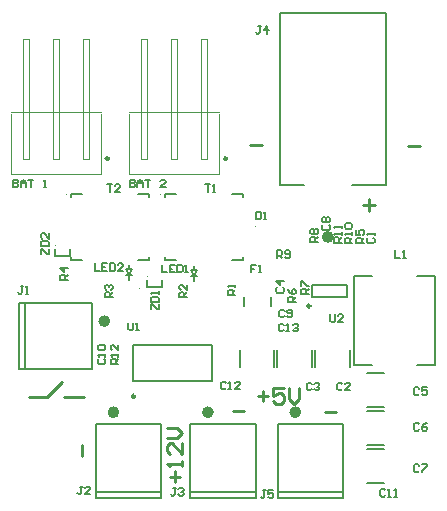
<source format=gbr>
%TF.GenerationSoftware,Altium Limited,Altium Designer,24.6.1 (21)*%
G04 Layer_Color=65535*
%FSLAX45Y45*%
%MOMM*%
%TF.SameCoordinates,18E76ECD-83C5-444D-8C50-6D49F83D0F89*%
%TF.FilePolarity,Positive*%
%TF.FileFunction,Legend,Top*%
%TF.Part,Single*%
G01*
G75*
%TA.AperFunction,NonConductor*%
%ADD48C,0.25000*%
%ADD49C,0.50000*%
%ADD50C,0.10000*%
%ADD51C,0.20000*%
%ADD52C,0.25400*%
%ADD53C,0.15200*%
D48*
X747500Y-397500D02*
G03*
X747500Y-397500I-12500J0D01*
G01*
X-737500Y-1162500D02*
G03*
X-737500Y-1162500I-12500J0D01*
G01*
X40300Y850000D02*
G03*
X40300Y850000I-12500J0D01*
G01*
X-959700D02*
G03*
X-959700Y850000I-12500J0D01*
G01*
D49*
X919999Y187000D02*
G03*
X919999Y187000I-25000J0D01*
G01*
X645000Y-1297000D02*
G03*
X645000Y-1297000I-25000J0D01*
G01*
X-972000Y-526000D02*
G03*
X-972000Y-526000I-25000J0D01*
G01*
X-95000Y-1297000D02*
G03*
X-95000Y-1297000I-25000J0D01*
G01*
X-895000D02*
G03*
X-895000Y-1297000I-25000J0D01*
G01*
D50*
X-1315000Y550000D02*
G03*
X-1315000Y550000I-5000J0D01*
G01*
X280000Y275000D02*
G03*
X280000Y275000I-5000J0D01*
G01*
X-1411000Y111900D02*
G03*
X-1411000Y111900I-5000J0D01*
G01*
X-697501Y-250000D02*
G03*
X-697501Y-250000I-5000J0D01*
G01*
X-145000Y-260000D02*
G03*
X-145000Y-260000I-5000J0D01*
G01*
X-517500Y550000D02*
G03*
X-517500Y550000I-5000J0D01*
G01*
X-628500Y-148100D02*
G03*
X-628500Y-148100I-5000J0D01*
G01*
X-175400Y850000D02*
Y1866000D01*
X-124600Y850000D02*
Y1866000D01*
X-175400D02*
X-124600D01*
X-429400Y850000D02*
Y1866000D01*
X-378600Y850000D02*
Y1866000D01*
X-429400D02*
X-378600D01*
X-683400Y850000D02*
Y1866000D01*
X-632600Y850000D02*
Y1866000D01*
X-683400D02*
X-632600D01*
X-683400Y850000D02*
X-632600D01*
X-429400D02*
X-378600D01*
X-175400D02*
X-124600D01*
X-785000Y723000D02*
Y1231000D01*
Y723000D02*
X-23000D01*
Y1231000D01*
X-785000Y1243700D02*
X-23000D01*
X-1175400Y850000D02*
Y1866000D01*
X-1124600Y850000D02*
Y1866000D01*
X-1175400D02*
X-1124600D01*
X-1429400Y850000D02*
Y1866000D01*
X-1378600Y850000D02*
Y1866000D01*
X-1429400D02*
X-1378600D01*
X-1683400Y850000D02*
Y1866000D01*
X-1632600Y850000D02*
Y1866000D01*
X-1683400D02*
X-1632600D01*
X-1683400Y850000D02*
X-1632600D01*
X-1429400D02*
X-1378600D01*
X-1175400D02*
X-1124600D01*
X-1785000Y723000D02*
Y1231000D01*
Y723000D02*
X-1023000D01*
Y1231000D01*
X-1785000Y1243700D02*
X-1023000D01*
D51*
X1055000Y-320000D02*
Y-220000D01*
X765000Y-320000D02*
Y-220000D01*
X1055000D01*
X765000Y-320000D02*
X1055000D01*
X490500Y630000D02*
X690500D01*
X490500Y2080000D02*
X1384000D01*
X490500Y630000D02*
Y2080000D01*
X1384000Y630000D02*
Y2080000D01*
X1100500Y630000D02*
X1384000D01*
X-755000Y-1035000D02*
X-85000D01*
X-755000Y-725000D02*
X-85000D01*
X-755000Y-1035000D02*
Y-725000D01*
X-85000Y-1035000D02*
Y-725000D01*
X-711500Y-10000D02*
X-620000D01*
X-1280000D02*
X-1188500D01*
X-711500Y550000D02*
X-620000D01*
X-1280000D02*
X-1188500D01*
X-620000Y-10000D02*
Y17000D01*
Y523000D02*
Y550000D01*
X-1280000Y-10000D02*
Y17000D01*
Y523000D02*
Y550000D01*
X-1289000Y23008D02*
Y86508D01*
X-1416000Y23008D02*
X-1289000D01*
X-1416000D02*
Y86508D01*
X470000Y-1972500D02*
X1024000D01*
X470000Y-2020000D02*
X1024000D01*
X470000Y-1400000D02*
X1024000D01*
Y-2020000D02*
Y-1400000D01*
X469999Y-2020000D02*
Y-1400000D01*
X-816801Y-135400D02*
X-766000D01*
X-816801Y-84600D02*
X-791401Y-135400D01*
X-816801Y-84600D02*
X-766000D01*
X-791401Y-135400D02*
X-766000Y-84600D01*
X-791401Y-173500D02*
Y-135400D01*
Y-84600D02*
Y-46500D01*
X1115000Y-900000D02*
X1267500D01*
X1115000Y-140000D02*
X1267500D01*
X1652500Y-900000D02*
X1805000D01*
X1652500Y-140000D02*
X1805000D01*
X1115000Y-900000D02*
Y-140000D01*
X1805000Y-900000D02*
Y-140000D01*
X185000Y-395000D02*
Y-325000D01*
X415000Y-395000D02*
Y-325000D01*
X149000Y-916674D02*
Y-766674D01*
X441000Y-916674D02*
Y-766674D01*
X-238900Y-94600D02*
Y-56500D01*
Y-183500D02*
Y-145400D01*
X-213500Y-94600D01*
X-264300D02*
X-213500D01*
X-264300D02*
X-238900Y-145400D01*
X-264300D02*
X-213500D01*
X86000Y-10000D02*
X177500D01*
X-482500D02*
X-391000D01*
X86000Y550000D02*
X177500D01*
X-482500D02*
X-391000D01*
X177500Y-10000D02*
Y17000D01*
Y523000D02*
Y550000D01*
X-482500Y-10000D02*
Y17000D01*
Y523000D02*
Y550000D01*
X-506500Y-236992D02*
Y-173492D01*
X-633500Y-236992D02*
X-506500D01*
X-633500D02*
Y-173492D01*
X789000Y-916674D02*
Y-766674D01*
X1081000Y-916674D02*
Y-766674D01*
X761000Y-916674D02*
Y-766674D01*
X469000Y-916674D02*
Y-766674D01*
X1225000Y-964000D02*
X1375000D01*
X1225000Y-1256000D02*
X1375000D01*
X1225000Y-1284000D02*
X1375000D01*
X1225000Y-1576000D02*
X1375000D01*
X1225000Y-1604000D02*
X1375000D01*
X1225000Y-1896000D02*
X1375000D01*
X-1672500Y-930000D02*
Y-376000D01*
X-1720000Y-930000D02*
Y-376000D01*
X-1100000Y-930000D02*
Y-376000D01*
X-1720000Y-930000D02*
X-1100000D01*
X-1720000Y-375999D02*
X-1100000D01*
X-270000Y-1972500D02*
X284000D01*
X-270000Y-2020000D02*
X284000D01*
X-270000Y-1400000D02*
X284000D01*
Y-2020000D02*
Y-1400000D01*
X-270001Y-2020000D02*
Y-1400000D01*
X-1070000Y-1972500D02*
X-516000D01*
X-1070000Y-2020000D02*
X-516000D01*
X-1070000Y-1400000D02*
X-516000D01*
Y-2020000D02*
Y-1400000D01*
X-1070001Y-2020000D02*
Y-1400000D01*
D52*
X-1338393Y-1168393D02*
X-1168393D01*
X-1478393D02*
X-1353393Y-1043393D01*
X-1638393Y-1168393D02*
X-1478393D01*
X235400Y965400D02*
X336967D01*
X1575400Y955400D02*
X1676967D01*
X1195400Y456183D02*
X1296967D01*
X1246183Y506967D02*
Y405400D01*
X95400Y-1284600D02*
X182039D01*
X875400Y-1294600D02*
X962039D01*
X305400Y-1159621D02*
X392039D01*
X348719Y-1116302D02*
Y-1202940D01*
X521997Y-1094642D02*
X435358D01*
Y-1159621D01*
X478677Y-1137961D01*
X500337D01*
X521997Y-1159621D01*
Y-1202940D01*
X500337Y-1224600D01*
X457018D01*
X435358Y-1202940D01*
X565316Y-1094642D02*
Y-1181281D01*
X608636Y-1224600D01*
X651955Y-1181281D01*
Y-1094642D01*
X-1185400Y-1664600D02*
Y-1577961D01*
X-400379Y-1884600D02*
Y-1797962D01*
X-443698Y-1841281D02*
X-357060D01*
X-335400Y-1754642D02*
Y-1711323D01*
Y-1732983D01*
X-465358D01*
X-443698Y-1754642D01*
X-335400Y-1559705D02*
Y-1646344D01*
X-422039Y-1559705D01*
X-443698D01*
X-465358Y-1581365D01*
Y-1624684D01*
X-443698Y-1646344D01*
X-465358Y-1516386D02*
X-378720D01*
X-335400Y-1473066D01*
X-378720Y-1429747D01*
X-465358D01*
D53*
X915851Y-467510D02*
Y-521660D01*
X926681Y-532489D01*
X948340D01*
X959170Y-521660D01*
Y-467510D01*
X1024149Y-532489D02*
X980830D01*
X1024149Y-489170D01*
Y-478340D01*
X1013320Y-467510D01*
X991660D01*
X980830Y-478340D01*
X329170Y1972490D02*
X307510D01*
X318340D01*
Y1918340D01*
X307510Y1907511D01*
X296681D01*
X285851Y1918340D01*
X383320Y1907511D02*
Y1972490D01*
X350830Y1940000D01*
X394149D01*
X-793319Y-537510D02*
Y-591659D01*
X-782489Y-602489D01*
X-760830D01*
X-750000Y-591659D01*
Y-537510D01*
X-728340Y-602489D02*
X-706681D01*
X-717510D01*
Y-537510D01*
X-728340Y-548340D01*
X-974149Y632490D02*
X-930830D01*
X-952490D01*
Y567511D01*
X-865851D02*
X-909170D01*
X-865851Y610830D01*
Y621660D01*
X-876680Y632490D01*
X-898340D01*
X-909170Y621660D01*
X286681Y402490D02*
Y337511D01*
X319171D01*
X330000Y348340D01*
Y391660D01*
X319171Y402490D01*
X286681D01*
X351660Y337511D02*
X373320D01*
X362490D01*
Y402490D01*
X351660Y391660D01*
X-1532490Y43361D02*
Y86681D01*
X-1521660D01*
X-1478340Y43361D01*
X-1467511D01*
Y86681D01*
X-1532490Y108340D02*
X-1467511D01*
Y140830D01*
X-1478340Y151660D01*
X-1521660D01*
X-1532490Y140830D01*
Y108340D01*
X-1467511Y216639D02*
Y173319D01*
X-1510830Y216639D01*
X-1521660D01*
X-1532490Y205809D01*
Y184149D01*
X-1521660Y173319D01*
X112489Y-303319D02*
X47510D01*
Y-270830D01*
X58340Y-260000D01*
X80000D01*
X90830Y-270830D01*
Y-303319D01*
Y-281660D02*
X112489Y-260000D01*
Y-238340D02*
Y-216681D01*
Y-227510D01*
X47510D01*
X58340Y-238340D01*
X-877511Y-891224D02*
X-942490D01*
Y-858734D01*
X-931660Y-847904D01*
X-910000D01*
X-899170Y-858734D01*
Y-891224D01*
Y-869564D02*
X-877511Y-847904D01*
Y-826244D02*
Y-804585D01*
Y-815415D01*
X-942490D01*
X-931660Y-826244D01*
X-877511Y-728776D02*
Y-772095D01*
X-920830Y-728776D01*
X-931660D01*
X-942490Y-739606D01*
Y-761265D01*
X-931660Y-772095D01*
X369170Y-1957510D02*
X347510D01*
X358340D01*
Y-2011660D01*
X347510Y-2022489D01*
X336681D01*
X325851Y-2011660D01*
X434149Y-1957510D02*
X390830D01*
Y-1990000D01*
X412489Y-1979170D01*
X423319D01*
X434149Y-1990000D01*
Y-2011660D01*
X423319Y-2022489D01*
X401660D01*
X390830Y-2011660D01*
X-1079128Y-37510D02*
Y-102490D01*
X-1035809D01*
X-970830Y-37510D02*
X-1014149D01*
Y-102490D01*
X-970830D01*
X-1014149Y-70000D02*
X-992490D01*
X-949170Y-37510D02*
Y-102490D01*
X-916681D01*
X-905851Y-91660D01*
Y-48340D01*
X-916681Y-37510D01*
X-949170D01*
X-840872Y-102490D02*
X-884191D01*
X-840872Y-59170D01*
Y-48340D01*
X-851702Y-37510D01*
X-873361D01*
X-884191Y-48340D01*
X1466681Y72490D02*
Y7511D01*
X1510000D01*
X1531660D02*
X1553319D01*
X1542490D01*
Y72490D01*
X1531660Y61660D01*
X-781618Y672490D02*
Y607511D01*
X-749128D01*
X-738298Y618340D01*
Y629170D01*
X-749128Y640000D01*
X-781618D01*
X-749128D01*
X-738298Y650830D01*
Y661660D01*
X-749128Y672490D01*
X-781618D01*
X-716639Y607511D02*
Y650830D01*
X-694979Y672490D01*
X-673319Y650830D01*
Y607511D01*
Y640000D01*
X-716639D01*
X-651660Y672490D02*
X-608340D01*
X-630000D01*
Y607511D01*
X-478382D02*
X-521702D01*
X-478382Y650830D01*
Y661660D01*
X-489212Y672490D01*
X-510872D01*
X-521702Y661660D01*
X290000Y-47510D02*
X246681D01*
Y-80000D01*
X268340D01*
X246681D01*
Y-112489D01*
X311660D02*
X333319D01*
X322490D01*
Y-47510D01*
X311660Y-58340D01*
X32096Y-1048340D02*
X21266Y-1037510D01*
X-394D01*
X-11224Y-1048340D01*
Y-1091659D01*
X-394Y-1102489D01*
X21266D01*
X32096Y-1091659D01*
X53755Y-1102489D02*
X75415D01*
X64585D01*
Y-1037510D01*
X53755Y-1048340D01*
X151224Y-1102489D02*
X107905D01*
X151224Y-1059170D01*
Y-1048340D01*
X140394Y-1037510D01*
X118734D01*
X107905Y-1048340D01*
X522095Y-558340D02*
X511266Y-547510D01*
X489606D01*
X478776Y-558340D01*
Y-601660D01*
X489606Y-612490D01*
X511266D01*
X522095Y-601660D01*
X543755Y-612490D02*
X565415D01*
X554585D01*
Y-547510D01*
X543755Y-558340D01*
X597904D02*
X608734Y-547510D01*
X630394D01*
X641224Y-558340D01*
Y-569170D01*
X630394Y-580000D01*
X619564D01*
X630394D01*
X641224Y-590830D01*
Y-601660D01*
X630394Y-612490D01*
X608734D01*
X597904Y-601660D01*
X-1770788Y672490D02*
Y607511D01*
X-1738298D01*
X-1727468Y618340D01*
Y629170D01*
X-1738298Y640000D01*
X-1770788D01*
X-1738298D01*
X-1727468Y650830D01*
Y661660D01*
X-1738298Y672490D01*
X-1770788D01*
X-1705809Y607511D02*
Y650830D01*
X-1684149Y672490D01*
X-1662489Y650830D01*
Y607511D01*
Y640000D01*
X-1705809D01*
X-1640830Y672490D02*
X-1597510D01*
X-1619170D01*
Y607511D01*
X-1510872D02*
X-1489212D01*
X-1500042D01*
Y672490D01*
X-1510872Y661660D01*
X-508298Y-47510D02*
Y-112489D01*
X-464979D01*
X-400000Y-47510D02*
X-443319D01*
Y-112489D01*
X-400000D01*
X-443319Y-80000D02*
X-421660D01*
X-378340Y-47510D02*
Y-112489D01*
X-345850D01*
X-335021Y-101660D01*
Y-58340D01*
X-345850Y-47510D01*
X-378340D01*
X-313361Y-112489D02*
X-291701D01*
X-302531D01*
Y-47510D01*
X-313361Y-58340D01*
X-1307511Y-174149D02*
X-1372490D01*
Y-141659D01*
X-1361660Y-130830D01*
X-1340001D01*
X-1329171Y-141659D01*
Y-174149D01*
Y-152489D02*
X-1307511Y-130830D01*
Y-76680D02*
X-1372490D01*
X-1340001Y-109170D01*
Y-65851D01*
X-927511Y-324149D02*
X-992490D01*
Y-291660D01*
X-981660Y-280830D01*
X-960000D01*
X-949170Y-291660D01*
Y-324149D01*
Y-302490D02*
X-927511Y-280830D01*
X-981660Y-259170D02*
X-992490Y-248340D01*
Y-226681D01*
X-981660Y-215851D01*
X-970830D01*
X-960000Y-226681D01*
Y-237511D01*
Y-226681D01*
X-949170Y-215851D01*
X-938341D01*
X-927511Y-226681D01*
Y-248340D01*
X-938341Y-259170D01*
X-297511Y-324149D02*
X-362490D01*
Y-291660D01*
X-351660Y-280830D01*
X-330000D01*
X-319170Y-291660D01*
Y-324149D01*
Y-302490D02*
X-297511Y-280830D01*
Y-215851D02*
Y-259170D01*
X-340830Y-215851D01*
X-351660D01*
X-362490Y-226681D01*
Y-248340D01*
X-351660Y-259170D01*
X-143319Y632490D02*
X-100000D01*
X-121660D01*
Y567511D01*
X-78340D02*
X-56681D01*
X-67510D01*
Y632490D01*
X-78340Y621660D01*
X-602490Y-425809D02*
Y-382489D01*
X-591660D01*
X-548340Y-425809D01*
X-537510D01*
Y-382489D01*
X-602490Y-360830D02*
X-537510D01*
Y-328340D01*
X-548340Y-317510D01*
X-591660D01*
X-602490Y-328340D01*
Y-360830D01*
X-537510Y-295851D02*
Y-274191D01*
Y-285021D01*
X-602490D01*
X-591660Y-295851D01*
X1238340Y180000D02*
X1227510Y169170D01*
Y147510D01*
X1238340Y136681D01*
X1281660D01*
X1292489Y147510D01*
Y169170D01*
X1281660Y180000D01*
X1292489Y201660D02*
Y223319D01*
Y212490D01*
X1227510D01*
X1238340Y201660D01*
X1019170Y-1058340D02*
X1008340Y-1047510D01*
X986681D01*
X975851Y-1058340D01*
Y-1101660D01*
X986681Y-1112490D01*
X1008340D01*
X1019170Y-1101660D01*
X1084149Y-1112490D02*
X1040830D01*
X1084149Y-1069170D01*
Y-1058340D01*
X1073319Y-1047510D01*
X1051660D01*
X1040830Y-1058340D01*
X759170D02*
X748340Y-1047510D01*
X726681D01*
X715851Y-1058340D01*
Y-1101660D01*
X726681Y-1112490D01*
X748340D01*
X759170Y-1101660D01*
X780830Y-1058340D02*
X791660Y-1047510D01*
X813319D01*
X824149Y-1058340D01*
Y-1069170D01*
X813319Y-1080000D01*
X802489D01*
X813319D01*
X824149Y-1090830D01*
Y-1101660D01*
X813319Y-1112490D01*
X791660D01*
X780830Y-1101660D01*
X468340Y-240830D02*
X457510Y-251660D01*
Y-273319D01*
X468340Y-284149D01*
X511660D01*
X522489Y-273319D01*
Y-251660D01*
X511660Y-240830D01*
X522489Y-186681D02*
X457510D01*
X490000Y-219170D01*
Y-175851D01*
X1669170Y-1098340D02*
X1658340Y-1087510D01*
X1636680D01*
X1625851Y-1098340D01*
Y-1141660D01*
X1636680Y-1152489D01*
X1658340D01*
X1669170Y-1141660D01*
X1734149Y-1087510D02*
X1690830D01*
Y-1120000D01*
X1712489Y-1109170D01*
X1723319D01*
X1734149Y-1120000D01*
Y-1141660D01*
X1723319Y-1152489D01*
X1701660D01*
X1690830Y-1141660D01*
X1669170Y-1398340D02*
X1658340Y-1387510D01*
X1636680D01*
X1625851Y-1398340D01*
Y-1441660D01*
X1636680Y-1452489D01*
X1658340D01*
X1669170Y-1441660D01*
X1734149Y-1387510D02*
X1712489Y-1398340D01*
X1690830Y-1420000D01*
Y-1441660D01*
X1701660Y-1452489D01*
X1723319D01*
X1734149Y-1441660D01*
Y-1430830D01*
X1723319Y-1420000D01*
X1690830D01*
X1669170Y-1748340D02*
X1658340Y-1737510D01*
X1636680D01*
X1625851Y-1748340D01*
Y-1791660D01*
X1636680Y-1802489D01*
X1658340D01*
X1669170Y-1791660D01*
X1690830Y-1737510D02*
X1734149D01*
Y-1748340D01*
X1690830Y-1791660D01*
Y-1802489D01*
X858340Y289170D02*
X847510Y278341D01*
Y256681D01*
X858340Y245851D01*
X901659D01*
X912489Y256681D01*
Y278341D01*
X901659Y289170D01*
X858340Y310830D02*
X847510Y321660D01*
Y343320D01*
X858340Y354149D01*
X869170D01*
X880000Y343320D01*
X890830Y354149D01*
X901659D01*
X912489Y343320D01*
Y321660D01*
X901659Y310830D01*
X890830D01*
X880000Y321660D01*
X869170Y310830D01*
X858340D01*
X880000Y321660D02*
Y343320D01*
X529170Y-438340D02*
X518340Y-427510D01*
X496680D01*
X485851Y-438340D01*
Y-481660D01*
X496680Y-492489D01*
X518340D01*
X529170Y-481660D01*
X550830D02*
X561660Y-492489D01*
X583319D01*
X594149Y-481660D01*
Y-438340D01*
X583319Y-427510D01*
X561660D01*
X550830Y-438340D01*
Y-449170D01*
X561660Y-460000D01*
X594149D01*
X-1041660Y-847904D02*
X-1052490Y-858734D01*
Y-880394D01*
X-1041660Y-891224D01*
X-998341D01*
X-987511Y-880394D01*
Y-858734D01*
X-998341Y-847904D01*
X-987511Y-826244D02*
Y-804585D01*
Y-815415D01*
X-1052490D01*
X-1041660Y-826244D01*
Y-772095D02*
X-1052490Y-761265D01*
Y-739606D01*
X-1041660Y-728776D01*
X-998341D01*
X-987511Y-739606D01*
Y-761265D01*
X-998341Y-772095D01*
X-1041660D01*
X1382926Y-1958340D02*
X1372096Y-1947510D01*
X1350436D01*
X1339606Y-1958340D01*
Y-2001660D01*
X1350436Y-2012489D01*
X1372096D01*
X1382926Y-2001660D01*
X1404585Y-2012489D02*
X1426245D01*
X1415415D01*
Y-1947510D01*
X1404585Y-1958340D01*
X1458734Y-2012489D02*
X1480394D01*
X1469564D01*
Y-1947510D01*
X1458734Y-1958340D01*
X-1684901Y-227581D02*
X-1706561D01*
X-1695731D01*
Y-281730D01*
X-1706561Y-292560D01*
X-1717391D01*
X-1728220Y-281730D01*
X-1663241Y-292560D02*
X-1641582D01*
X-1652411D01*
Y-227581D01*
X-1663241Y-238411D01*
X1202489Y135851D02*
X1137510D01*
Y168341D01*
X1148340Y179170D01*
X1169999D01*
X1180829Y168341D01*
Y135851D01*
Y157510D02*
X1202489Y179170D01*
X1137510Y244149D02*
Y200830D01*
X1169999D01*
X1159170Y222490D01*
Y233320D01*
X1169999Y244149D01*
X1191659D01*
X1202489Y233320D01*
Y211660D01*
X1191659Y200830D01*
X622489Y-364149D02*
X557510D01*
Y-331659D01*
X568340Y-320830D01*
X590000D01*
X600830Y-331659D01*
Y-364149D01*
Y-342490D02*
X622489Y-320830D01*
X557510Y-255851D02*
X568340Y-277510D01*
X590000Y-299170D01*
X611660D01*
X622489Y-288340D01*
Y-266680D01*
X611660Y-255851D01*
X600830D01*
X590000Y-266680D01*
Y-299170D01*
X732490Y-294149D02*
X667510D01*
Y-261660D01*
X678340Y-250830D01*
X700000D01*
X710830Y-261660D01*
Y-294149D01*
Y-272490D02*
X732490Y-250830D01*
X667510Y-229170D02*
Y-185851D01*
X678340D01*
X721660Y-229170D01*
X732490D01*
X812489Y145851D02*
X747510D01*
Y178341D01*
X758340Y189170D01*
X780000D01*
X790830Y178341D01*
Y145851D01*
Y167510D02*
X812489Y189170D01*
X758340Y210830D02*
X747510Y221660D01*
Y243320D01*
X758340Y254149D01*
X769170D01*
X780000Y243320D01*
X790830Y254149D01*
X801660D01*
X812489Y243320D01*
Y221660D01*
X801660Y210830D01*
X790830D01*
X780000Y221660D01*
X769170Y210830D01*
X758340D01*
X780000Y221660D02*
Y243320D01*
X465851Y7511D02*
Y72490D01*
X498340D01*
X509170Y61660D01*
Y40000D01*
X498340Y29170D01*
X465851D01*
X487510D02*
X509170Y7511D01*
X530830Y18340D02*
X541660Y7511D01*
X563319D01*
X574149Y18340D01*
Y61660D01*
X563319Y72490D01*
X541660D01*
X530830Y61660D01*
Y50830D01*
X541660Y40000D01*
X574149D01*
X1102489Y138776D02*
X1037510D01*
Y171266D01*
X1048340Y182096D01*
X1069999D01*
X1080829Y171266D01*
Y138776D01*
Y160436D02*
X1102489Y182096D01*
Y203755D02*
Y225415D01*
Y214585D01*
X1037510D01*
X1048340Y203755D01*
Y257905D02*
X1037510Y268735D01*
Y290394D01*
X1048340Y301224D01*
X1091659D01*
X1102489Y290394D01*
Y268735D01*
X1091659Y257905D01*
X1048340D01*
X1012489Y139606D02*
X947510D01*
Y172096D01*
X958340Y182926D01*
X980000D01*
X990830Y172096D01*
Y139606D01*
Y161266D02*
X1012489Y182926D01*
Y204585D02*
Y226245D01*
Y215415D01*
X947510D01*
X958340Y204585D01*
X1012489Y258735D02*
Y280394D01*
Y269564D01*
X947510D01*
X958340Y258735D01*
X-390830Y-1937510D02*
X-412490D01*
X-401660D01*
Y-1991660D01*
X-412490Y-2002490D01*
X-423319D01*
X-434149Y-1991660D01*
X-369170Y-1948340D02*
X-358340Y-1937510D01*
X-336681D01*
X-325851Y-1948340D01*
Y-1959170D01*
X-336681Y-1970000D01*
X-347511D01*
X-336681D01*
X-325851Y-1980830D01*
Y-1991660D01*
X-336681Y-2002490D01*
X-358340D01*
X-369170Y-1991660D01*
X-1180830Y-1927510D02*
X-1202490D01*
X-1191660D01*
Y-1981659D01*
X-1202490Y-1992489D01*
X-1213319D01*
X-1224149Y-1981659D01*
X-1115851Y-1992489D02*
X-1159170D01*
X-1115851Y-1949170D01*
Y-1938340D01*
X-1126680Y-1927510D01*
X-1148340D01*
X-1159170Y-1938340D01*
%TF.MD5,6624f2083244a8a6771461a2be97e52b*%
M02*

</source>
